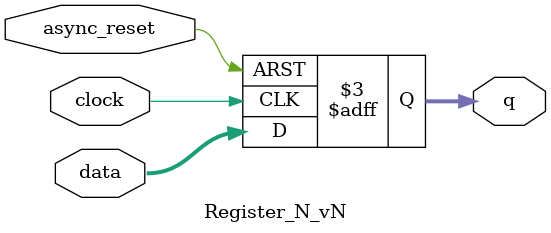
<source format=sv>
module Register_N_vN #(parameter N = 8)
(
	input [N-1:0] data,
	
	input clock,
	input async_reset,
	
	output reg [N-1:0] q
);

	always @(negedge clock or negedge async_reset)
	begin
	
		if(!async_reset)
			q <= 0;
		
		else
			q <= data;
			
	end

endmodule
</source>
